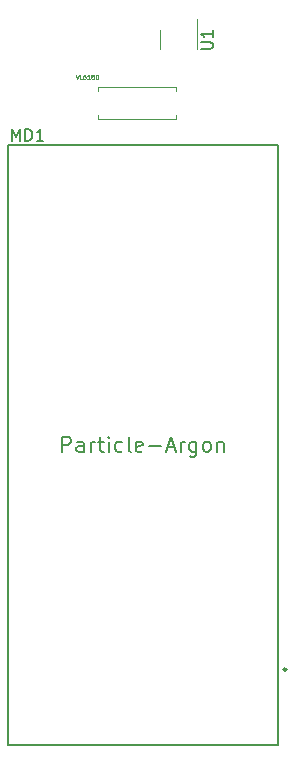
<source format=gbr>
%TF.GenerationSoftware,KiCad,Pcbnew,(6.0.7-1)-1*%
%TF.CreationDate,2022-08-08T08:03:07-05:00*%
%TF.ProjectId,Adafruit NeoPixel 8 Stick,41646166-7275-4697-9420-4e656f506978,rev?*%
%TF.SameCoordinates,Original*%
%TF.FileFunction,Legend,Top*%
%TF.FilePolarity,Positive*%
%FSLAX46Y46*%
G04 Gerber Fmt 4.6, Leading zero omitted, Abs format (unit mm)*
G04 Created by KiCad (PCBNEW (6.0.7-1)-1) date 2022-08-08 08:03:07*
%MOMM*%
%LPD*%
G01*
G04 APERTURE LIST*
%ADD10C,0.150000*%
%ADD11C,0.040640*%
%ADD12C,0.250000*%
%ADD13C,0.120000*%
G04 APERTURE END LIST*
D10*
%TO.C,MD1*%
X129113595Y-108110380D02*
X129113595Y-107110380D01*
X129446928Y-107824666D01*
X129780261Y-107110380D01*
X129780261Y-108110380D01*
X130256452Y-108110380D02*
X130256452Y-107110380D01*
X130494547Y-107110380D01*
X130637404Y-107158000D01*
X130732642Y-107253238D01*
X130780261Y-107348476D01*
X130827880Y-107538952D01*
X130827880Y-107681809D01*
X130780261Y-107872285D01*
X130732642Y-107967523D01*
X130637404Y-108062761D01*
X130494547Y-108110380D01*
X130256452Y-108110380D01*
X131780261Y-108110380D02*
X131208833Y-108110380D01*
X131494547Y-108110380D02*
X131494547Y-107110380D01*
X131399309Y-107253238D01*
X131304071Y-107348476D01*
X131208833Y-107396095D01*
X133374190Y-134432523D02*
X133374190Y-133162523D01*
X133858000Y-133162523D01*
X133978952Y-133223000D01*
X134039428Y-133283476D01*
X134099904Y-133404428D01*
X134099904Y-133585857D01*
X134039428Y-133706809D01*
X133978952Y-133767285D01*
X133858000Y-133827761D01*
X133374190Y-133827761D01*
X135188476Y-134432523D02*
X135188476Y-133767285D01*
X135128000Y-133646333D01*
X135007047Y-133585857D01*
X134765142Y-133585857D01*
X134644190Y-133646333D01*
X135188476Y-134372047D02*
X135067523Y-134432523D01*
X134765142Y-134432523D01*
X134644190Y-134372047D01*
X134583714Y-134251095D01*
X134583714Y-134130142D01*
X134644190Y-134009190D01*
X134765142Y-133948714D01*
X135067523Y-133948714D01*
X135188476Y-133888238D01*
X135793238Y-134432523D02*
X135793238Y-133585857D01*
X135793238Y-133827761D02*
X135853714Y-133706809D01*
X135914190Y-133646333D01*
X136035142Y-133585857D01*
X136156095Y-133585857D01*
X136398000Y-133585857D02*
X136881809Y-133585857D01*
X136579428Y-133162523D02*
X136579428Y-134251095D01*
X136639904Y-134372047D01*
X136760857Y-134432523D01*
X136881809Y-134432523D01*
X137305142Y-134432523D02*
X137305142Y-133585857D01*
X137305142Y-133162523D02*
X137244666Y-133223000D01*
X137305142Y-133283476D01*
X137365619Y-133223000D01*
X137305142Y-133162523D01*
X137305142Y-133283476D01*
X138454190Y-134372047D02*
X138333238Y-134432523D01*
X138091333Y-134432523D01*
X137970380Y-134372047D01*
X137909904Y-134311571D01*
X137849428Y-134190619D01*
X137849428Y-133827761D01*
X137909904Y-133706809D01*
X137970380Y-133646333D01*
X138091333Y-133585857D01*
X138333238Y-133585857D01*
X138454190Y-133646333D01*
X139179904Y-134432523D02*
X139058952Y-134372047D01*
X138998476Y-134251095D01*
X138998476Y-133162523D01*
X140147523Y-134372047D02*
X140026571Y-134432523D01*
X139784666Y-134432523D01*
X139663714Y-134372047D01*
X139603238Y-134251095D01*
X139603238Y-133767285D01*
X139663714Y-133646333D01*
X139784666Y-133585857D01*
X140026571Y-133585857D01*
X140147523Y-133646333D01*
X140208000Y-133767285D01*
X140208000Y-133888238D01*
X139603238Y-134009190D01*
X140752285Y-133948714D02*
X141719904Y-133948714D01*
X142264190Y-134069666D02*
X142868952Y-134069666D01*
X142143238Y-134432523D02*
X142566571Y-133162523D01*
X142989904Y-134432523D01*
X143413238Y-134432523D02*
X143413238Y-133585857D01*
X143413238Y-133827761D02*
X143473714Y-133706809D01*
X143534190Y-133646333D01*
X143655142Y-133585857D01*
X143776095Y-133585857D01*
X144743714Y-133585857D02*
X144743714Y-134613952D01*
X144683238Y-134734904D01*
X144622761Y-134795380D01*
X144501809Y-134855857D01*
X144320380Y-134855857D01*
X144199428Y-134795380D01*
X144743714Y-134372047D02*
X144622761Y-134432523D01*
X144380857Y-134432523D01*
X144259904Y-134372047D01*
X144199428Y-134311571D01*
X144138952Y-134190619D01*
X144138952Y-133827761D01*
X144199428Y-133706809D01*
X144259904Y-133646333D01*
X144380857Y-133585857D01*
X144622761Y-133585857D01*
X144743714Y-133646333D01*
X145529904Y-134432523D02*
X145408952Y-134372047D01*
X145348476Y-134311571D01*
X145288000Y-134190619D01*
X145288000Y-133827761D01*
X145348476Y-133706809D01*
X145408952Y-133646333D01*
X145529904Y-133585857D01*
X145711333Y-133585857D01*
X145832285Y-133646333D01*
X145892761Y-133706809D01*
X145953238Y-133827761D01*
X145953238Y-134190619D01*
X145892761Y-134311571D01*
X145832285Y-134372047D01*
X145711333Y-134432523D01*
X145529904Y-134432523D01*
X146497523Y-133585857D02*
X146497523Y-134432523D01*
X146497523Y-133706809D02*
X146558000Y-133646333D01*
X146678952Y-133585857D01*
X146860380Y-133585857D01*
X146981333Y-133646333D01*
X147041809Y-133767285D01*
X147041809Y-134432523D01*
D11*
%TO.C,U2*%
X134510250Y-102504822D02*
X134632170Y-102870582D01*
X134754090Y-102504822D01*
X135050181Y-102870582D02*
X134876010Y-102870582D01*
X134876010Y-102504822D01*
X135328856Y-102504822D02*
X135259187Y-102504822D01*
X135224353Y-102522240D01*
X135206936Y-102539657D01*
X135172101Y-102591908D01*
X135154684Y-102661577D01*
X135154684Y-102800914D01*
X135172101Y-102835748D01*
X135189518Y-102853165D01*
X135224353Y-102870582D01*
X135294021Y-102870582D01*
X135328856Y-102853165D01*
X135346273Y-102835748D01*
X135363690Y-102800914D01*
X135363690Y-102713828D01*
X135346273Y-102678994D01*
X135328856Y-102661577D01*
X135294021Y-102644160D01*
X135224353Y-102644160D01*
X135189518Y-102661577D01*
X135172101Y-102678994D01*
X135154684Y-102713828D01*
X135712033Y-102870582D02*
X135503027Y-102870582D01*
X135607530Y-102870582D02*
X135607530Y-102504822D01*
X135572696Y-102557074D01*
X135537861Y-102591908D01*
X135503027Y-102609325D01*
X135921038Y-102661577D02*
X135886204Y-102644160D01*
X135868787Y-102626742D01*
X135851370Y-102591908D01*
X135851370Y-102574491D01*
X135868787Y-102539657D01*
X135886204Y-102522240D01*
X135921038Y-102504822D01*
X135990707Y-102504822D01*
X136025541Y-102522240D01*
X136042958Y-102539657D01*
X136060376Y-102574491D01*
X136060376Y-102591908D01*
X136042958Y-102626742D01*
X136025541Y-102644160D01*
X135990707Y-102661577D01*
X135921038Y-102661577D01*
X135886204Y-102678994D01*
X135868787Y-102696411D01*
X135851370Y-102731245D01*
X135851370Y-102800914D01*
X135868787Y-102835748D01*
X135886204Y-102853165D01*
X135921038Y-102870582D01*
X135990707Y-102870582D01*
X136025541Y-102853165D01*
X136042958Y-102835748D01*
X136060376Y-102800914D01*
X136060376Y-102731245D01*
X136042958Y-102696411D01*
X136025541Y-102678994D01*
X135990707Y-102661577D01*
X136286798Y-102504822D02*
X136321633Y-102504822D01*
X136356467Y-102522240D01*
X136373884Y-102539657D01*
X136391301Y-102574491D01*
X136408718Y-102644160D01*
X136408718Y-102731245D01*
X136391301Y-102800914D01*
X136373884Y-102835748D01*
X136356467Y-102853165D01*
X136321633Y-102870582D01*
X136286798Y-102870582D01*
X136251964Y-102853165D01*
X136234547Y-102835748D01*
X136217130Y-102800914D01*
X136199713Y-102731245D01*
X136199713Y-102644160D01*
X136217130Y-102574491D01*
X136234547Y-102539657D01*
X136251964Y-102522240D01*
X136286798Y-102504822D01*
D10*
%TO.C,U1*%
X145108380Y-100329904D02*
X145917904Y-100329904D01*
X146013142Y-100282285D01*
X146060761Y-100234666D01*
X146108380Y-100139428D01*
X146108380Y-99948952D01*
X146060761Y-99853714D01*
X146013142Y-99806095D01*
X145917904Y-99758476D01*
X145108380Y-99758476D01*
X146108380Y-98758476D02*
X146108380Y-99329904D01*
X146108380Y-99044190D02*
X145108380Y-99044190D01*
X145251238Y-99139428D01*
X145346476Y-99234666D01*
X145394095Y-99329904D01*
%TO.C,MD1*%
X128778000Y-108458000D02*
X151638000Y-108458000D01*
X128778000Y-159258000D02*
X151638000Y-159258000D01*
X128778000Y-159258000D02*
X128778000Y-108458000D01*
X151638000Y-159258000D02*
X151638000Y-108458000D01*
D12*
X152363000Y-152868000D02*
G75*
G03*
X152363000Y-152868000I-125000J0D01*
G01*
D13*
%TO.C,R1*%
X142970000Y-106272000D02*
X136430000Y-106272000D01*
X142970000Y-105942000D02*
X142970000Y-106272000D01*
X142970000Y-103862000D02*
X142970000Y-103532000D01*
X136430000Y-103532000D02*
X136430000Y-103862000D01*
X136430000Y-106272000D02*
X136430000Y-105942000D01*
X142970000Y-103532000D02*
X136430000Y-103532000D01*
%TO.C,U1*%
X141696000Y-99568000D02*
X141696000Y-100368000D01*
X144816000Y-99568000D02*
X144816000Y-97768000D01*
X144816000Y-99568000D02*
X144816000Y-100368000D01*
X141696000Y-99568000D02*
X141696000Y-98768000D01*
%TD*%
M02*

</source>
